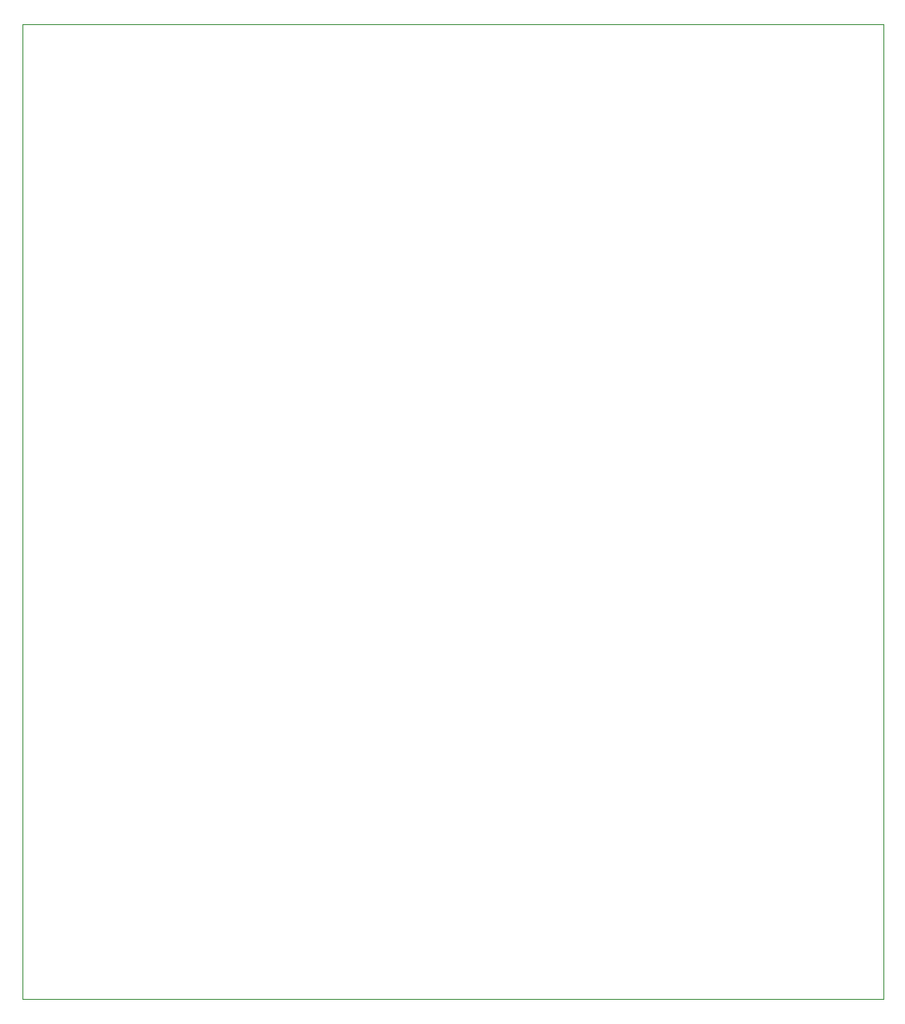
<source format=gbr>
%TF.GenerationSoftware,KiCad,Pcbnew,9.0.0*%
%TF.CreationDate,2025-07-11T11:02:08-04:00*%
%TF.ProjectId,jammerBT_v3,6a616d6d-6572-4425-945f-76332e6b6963,rev?*%
%TF.SameCoordinates,Original*%
%TF.FileFunction,Profile,NP*%
%FSLAX46Y46*%
G04 Gerber Fmt 4.6, Leading zero omitted, Abs format (unit mm)*
G04 Created by KiCad (PCBNEW 9.0.0) date 2025-07-11 11:02:08*
%MOMM*%
%LPD*%
G01*
G04 APERTURE LIST*
%TA.AperFunction,Profile*%
%ADD10C,0.100000*%
%TD*%
G04 APERTURE END LIST*
D10*
X145585000Y-41955000D02*
X230045000Y-41955000D01*
X230045000Y-137460000D01*
X145585000Y-137460000D01*
X145585000Y-41955000D01*
M02*

</source>
